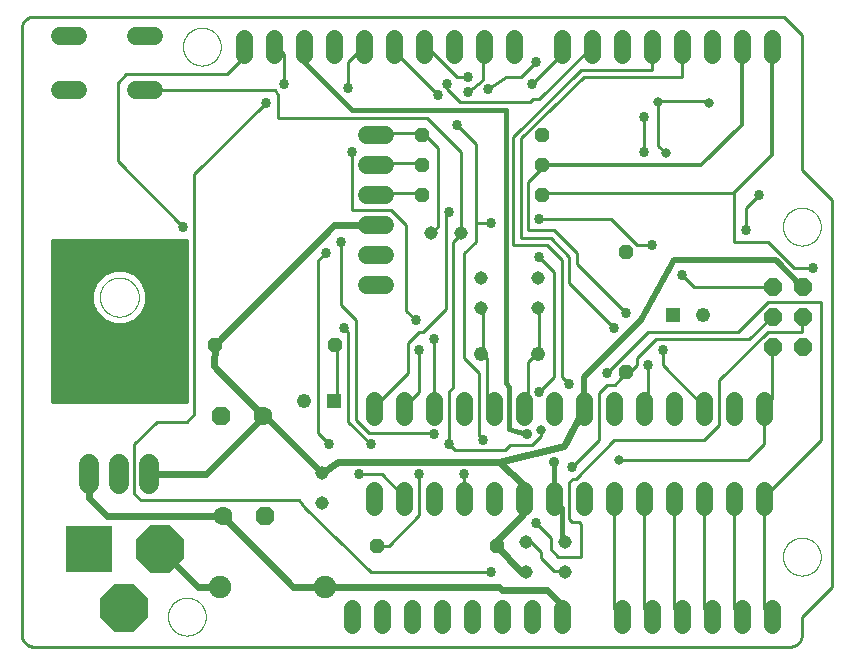
<source format=gtl>
G75*
%MOIN*%
%OFA0B0*%
%FSLAX25Y25*%
%IPPOS*%
%LPD*%
%AMOC8*
5,1,8,0,0,1.08239X$1,22.5*
%
%ADD10C,0.01000*%
%ADD11C,0.00000*%
%ADD12C,0.05600*%
%ADD13OC8,0.06102*%
%ADD14OC8,0.15748*%
%ADD15R,0.15748X0.15748*%
%ADD16C,0.07677*%
%ADD17C,0.06600*%
%ADD18OC8,0.04800*%
%ADD19C,0.04800*%
%ADD20C,0.04500*%
%ADD21OC8,0.06300*%
%ADD22C,0.06300*%
%ADD23C,0.05906*%
%ADD24C,0.07500*%
%ADD25R,0.04800X0.04800*%
%ADD26C,0.06000*%
%ADD27C,0.02400*%
%ADD28C,0.02000*%
%ADD29C,0.03562*%
%ADD30C,0.03200*%
%ADD31C,0.01600*%
%ADD32C,0.03600*%
%ADD33C,0.03400*%
%ADD34C,0.01200*%
D10*
X0008350Y0007187D02*
X0008350Y0209313D01*
X0008352Y0209437D01*
X0008358Y0209560D01*
X0008367Y0209684D01*
X0008381Y0209806D01*
X0008398Y0209929D01*
X0008420Y0210051D01*
X0008445Y0210172D01*
X0008474Y0210292D01*
X0008506Y0210411D01*
X0008543Y0210530D01*
X0008583Y0210647D01*
X0008626Y0210762D01*
X0008674Y0210877D01*
X0008725Y0210989D01*
X0008779Y0211100D01*
X0008837Y0211210D01*
X0008898Y0211317D01*
X0008963Y0211423D01*
X0009031Y0211526D01*
X0009102Y0211627D01*
X0009176Y0211726D01*
X0009253Y0211823D01*
X0009334Y0211917D01*
X0009417Y0212008D01*
X0009503Y0212097D01*
X0009592Y0212183D01*
X0009683Y0212266D01*
X0009777Y0212347D01*
X0009874Y0212424D01*
X0009973Y0212498D01*
X0010074Y0212569D01*
X0010177Y0212637D01*
X0010283Y0212702D01*
X0010390Y0212763D01*
X0010500Y0212821D01*
X0010611Y0212875D01*
X0010723Y0212926D01*
X0010838Y0212974D01*
X0010953Y0213017D01*
X0011070Y0213057D01*
X0011189Y0213094D01*
X0011308Y0213126D01*
X0011428Y0213155D01*
X0011549Y0213180D01*
X0011671Y0213202D01*
X0011794Y0213219D01*
X0011916Y0213233D01*
X0012040Y0213242D01*
X0012163Y0213248D01*
X0012287Y0213250D01*
X0262350Y0213250D01*
X0268350Y0207250D01*
X0268350Y0162250D01*
X0278350Y0152250D01*
X0278350Y0023250D01*
X0268350Y0013250D01*
X0268350Y0007187D01*
X0268348Y0007063D01*
X0268342Y0006940D01*
X0268333Y0006816D01*
X0268319Y0006694D01*
X0268302Y0006571D01*
X0268280Y0006449D01*
X0268255Y0006328D01*
X0268226Y0006208D01*
X0268194Y0006089D01*
X0268157Y0005970D01*
X0268117Y0005853D01*
X0268074Y0005738D01*
X0268026Y0005623D01*
X0267975Y0005511D01*
X0267921Y0005400D01*
X0267863Y0005290D01*
X0267802Y0005183D01*
X0267737Y0005077D01*
X0267669Y0004974D01*
X0267598Y0004873D01*
X0267524Y0004774D01*
X0267447Y0004677D01*
X0267366Y0004583D01*
X0267283Y0004492D01*
X0267197Y0004403D01*
X0267108Y0004317D01*
X0267017Y0004234D01*
X0266923Y0004153D01*
X0266826Y0004076D01*
X0266727Y0004002D01*
X0266626Y0003931D01*
X0266523Y0003863D01*
X0266417Y0003798D01*
X0266310Y0003737D01*
X0266200Y0003679D01*
X0266089Y0003625D01*
X0265977Y0003574D01*
X0265862Y0003526D01*
X0265747Y0003483D01*
X0265630Y0003443D01*
X0265511Y0003406D01*
X0265392Y0003374D01*
X0265272Y0003345D01*
X0265151Y0003320D01*
X0265029Y0003298D01*
X0264906Y0003281D01*
X0264784Y0003267D01*
X0264660Y0003258D01*
X0264537Y0003252D01*
X0264413Y0003250D01*
X0012287Y0003250D01*
X0012163Y0003252D01*
X0012040Y0003258D01*
X0011916Y0003267D01*
X0011794Y0003281D01*
X0011671Y0003298D01*
X0011549Y0003320D01*
X0011428Y0003345D01*
X0011308Y0003374D01*
X0011189Y0003406D01*
X0011070Y0003443D01*
X0010953Y0003483D01*
X0010838Y0003526D01*
X0010723Y0003574D01*
X0010611Y0003625D01*
X0010500Y0003679D01*
X0010390Y0003737D01*
X0010283Y0003798D01*
X0010177Y0003863D01*
X0010074Y0003931D01*
X0009973Y0004002D01*
X0009874Y0004076D01*
X0009777Y0004153D01*
X0009683Y0004234D01*
X0009592Y0004317D01*
X0009503Y0004403D01*
X0009417Y0004492D01*
X0009334Y0004583D01*
X0009253Y0004677D01*
X0009176Y0004774D01*
X0009102Y0004873D01*
X0009031Y0004974D01*
X0008963Y0005077D01*
X0008898Y0005183D01*
X0008837Y0005290D01*
X0008779Y0005400D01*
X0008725Y0005511D01*
X0008674Y0005623D01*
X0008626Y0005738D01*
X0008583Y0005853D01*
X0008543Y0005970D01*
X0008506Y0006089D01*
X0008474Y0006208D01*
X0008445Y0006328D01*
X0008420Y0006449D01*
X0008398Y0006571D01*
X0008381Y0006694D01*
X0008367Y0006816D01*
X0008358Y0006940D01*
X0008352Y0007063D01*
X0008350Y0007187D01*
X0048100Y0052000D02*
X0045850Y0054250D01*
X0045850Y0070750D01*
X0053350Y0078250D01*
X0063350Y0078250D01*
X0065850Y0080750D01*
X0065850Y0160750D01*
X0089600Y0184500D01*
X0093850Y0187000D02*
X0092600Y0188750D01*
X0049550Y0188750D01*
X0049550Y0188850D01*
X0043100Y0194000D02*
X0076600Y0194000D01*
X0077350Y0194750D01*
X0078300Y0195700D01*
X0082350Y0199750D01*
X0082350Y0203250D01*
X0082100Y0203250D01*
X0092350Y0203250D02*
X0093350Y0203250D01*
X0095850Y0200750D01*
X0095850Y0190750D01*
X0093850Y0187000D02*
X0093850Y0179500D01*
X0143350Y0179500D01*
X0154600Y0168250D01*
X0154600Y0142000D01*
X0154850Y0141250D01*
X0154600Y0140750D01*
X0152100Y0138250D01*
X0152100Y0089500D01*
X0152000Y0089500D01*
X0150850Y0088350D01*
X0150850Y0070750D01*
X0152850Y0068750D01*
X0169350Y0068750D01*
X0171150Y0070550D01*
X0178550Y0070550D01*
X0181450Y0073450D01*
X0181450Y0075450D01*
X0175850Y0082750D02*
X0175850Y0083250D01*
X0177100Y0084500D01*
X0177100Y0098250D01*
X0179600Y0100750D01*
X0180350Y0100750D01*
X0180850Y0100750D01*
X0180850Y0115750D01*
X0180350Y0116250D01*
X0190850Y0124500D02*
X0190850Y0133250D01*
X0184600Y0139500D01*
X0174600Y0139500D01*
X0174700Y0172800D01*
X0195900Y0193100D01*
X0228250Y0193100D01*
X0228350Y0203250D01*
X0218350Y0203250D02*
X0218350Y0195600D01*
X0194850Y0195600D01*
X0172100Y0173250D01*
X0172100Y0137000D01*
X0183350Y0137000D01*
X0188350Y0132000D01*
X0188350Y0093250D01*
X0190850Y0090750D01*
X0185850Y0093250D02*
X0185850Y0128250D01*
X0180850Y0133250D01*
X0177100Y0142000D02*
X0177100Y0158250D01*
X0182100Y0163250D01*
X0181850Y0163750D01*
X0183350Y0154500D02*
X0181850Y0153750D01*
X0183350Y0154500D02*
X0245850Y0154500D01*
X0245850Y0138250D01*
X0257100Y0138250D01*
X0265850Y0129500D01*
X0272100Y0129500D01*
X0258850Y0123250D02*
X0232350Y0123250D01*
X0228350Y0127000D01*
X0218350Y0137000D02*
X0213350Y0137000D01*
X0204600Y0145750D01*
X0180850Y0145750D01*
X0177100Y0142000D02*
X0185850Y0142000D01*
X0193350Y0134500D01*
X0193350Y0130750D01*
X0209600Y0114500D01*
X0205850Y0109500D02*
X0190850Y0124500D01*
X0217100Y0108250D02*
X0247100Y0108250D01*
X0257100Y0118250D01*
X0274600Y0118250D01*
X0274600Y0072000D01*
X0255850Y0053250D01*
X0255850Y0052750D01*
X0255850Y0015750D01*
X0258350Y0013250D01*
X0248350Y0013250D02*
X0245850Y0015750D01*
X0245850Y0052750D01*
X0235850Y0052750D02*
X0235850Y0015750D01*
X0238350Y0013250D01*
X0228350Y0013250D02*
X0225850Y0015750D01*
X0225850Y0052750D01*
X0215850Y0052750D02*
X0215850Y0015750D01*
X0218350Y0013250D01*
X0208350Y0013250D02*
X0205850Y0015750D01*
X0205850Y0052750D01*
X0194600Y0044250D02*
X0194000Y0044850D01*
X0191850Y0044850D01*
X0190850Y0045850D01*
X0190850Y0058050D01*
X0192050Y0059250D01*
X0193050Y0059250D01*
X0205850Y0072050D01*
X0235900Y0072050D01*
X0240850Y0077000D01*
X0240850Y0092000D01*
X0257100Y0108250D01*
X0268350Y0108250D01*
X0268350Y0113250D01*
X0268850Y0113250D01*
X0258850Y0113250D02*
X0258350Y0113250D01*
X0250850Y0105750D01*
X0219600Y0105750D01*
X0213350Y0099500D01*
X0213350Y0097000D01*
X0210850Y0094500D01*
X0209850Y0094750D01*
X0205950Y0090350D01*
X0203550Y0090350D01*
X0200850Y0087650D01*
X0200850Y0072150D01*
X0191700Y0063000D01*
X0191650Y0063000D01*
X0200850Y0072000D02*
X0200850Y0072150D01*
X0207350Y0065350D02*
X0250250Y0065350D01*
X0255850Y0070950D01*
X0255850Y0082750D01*
X0255850Y0082000D01*
X0255850Y0082750D02*
X0255850Y0083250D01*
X0258350Y0085750D01*
X0258350Y0103250D01*
X0258850Y0103250D01*
X0235850Y0083250D02*
X0235850Y0082750D01*
X0235850Y0083250D02*
X0222100Y0097000D01*
X0222100Y0102000D01*
X0217100Y0097000D02*
X0217100Y0084500D01*
X0215850Y0083250D01*
X0215850Y0082750D01*
X0209600Y0094500D02*
X0209850Y0094750D01*
X0203350Y0094500D02*
X0217100Y0108250D01*
X0185850Y0093250D02*
X0180850Y0088250D01*
X0165850Y0083250D02*
X0165850Y0082750D01*
X0165850Y0083250D02*
X0163350Y0085750D01*
X0163350Y0099500D01*
X0162100Y0100750D01*
X0161350Y0100750D01*
X0162100Y0100750D02*
X0162100Y0115750D01*
X0161350Y0116250D01*
X0149600Y0115750D02*
X0149600Y0147000D01*
X0150850Y0148250D01*
X0147100Y0143250D02*
X0147100Y0169500D01*
X0143350Y0173250D01*
X0141850Y0173750D01*
X0142100Y0174500D01*
X0127100Y0174500D01*
X0126350Y0173750D01*
X0118350Y0168250D02*
X0118350Y0148750D01*
X0131350Y0148750D01*
X0136350Y0143750D01*
X0136350Y0115250D01*
X0139600Y0112000D01*
X0140850Y0108250D02*
X0142100Y0108250D01*
X0149600Y0115750D01*
X0140850Y0108250D02*
X0137100Y0104500D01*
X0137100Y0094500D01*
X0125850Y0083250D01*
X0125850Y0082750D01*
X0119850Y0078750D02*
X0119850Y0112250D01*
X0114850Y0117250D01*
X0114850Y0138000D01*
X0114600Y0138250D01*
X0109600Y0134500D02*
X0107100Y0132000D01*
X0107100Y0074500D01*
X0110850Y0070750D01*
X0117100Y0078250D02*
X0117100Y0108250D01*
X0115850Y0109500D01*
X0112850Y0103750D02*
X0113350Y0103250D01*
X0113350Y0085750D01*
X0117100Y0078250D02*
X0124600Y0070750D01*
X0124100Y0074500D02*
X0145450Y0074500D01*
X0145850Y0074100D01*
X0145850Y0082750D02*
X0145850Y0105750D01*
X0140850Y0102000D02*
X0140850Y0088250D01*
X0135850Y0083250D01*
X0135850Y0082750D01*
X0124100Y0074500D02*
X0119850Y0078750D01*
X0120850Y0060750D02*
X0128350Y0060750D01*
X0135850Y0053250D01*
X0135850Y0052750D01*
X0140850Y0047000D02*
X0130600Y0036750D01*
X0126850Y0036750D01*
X0124600Y0028250D02*
X0164600Y0028250D01*
X0176350Y0038250D02*
X0178150Y0038250D01*
X0181550Y0034850D01*
X0181550Y0032750D01*
X0185850Y0028450D01*
X0189150Y0028450D01*
X0189350Y0028250D01*
X0187100Y0033250D02*
X0194600Y0033250D01*
X0194600Y0044250D01*
X0184600Y0039500D02*
X0184600Y0035750D01*
X0187100Y0033250D01*
X0184600Y0039500D02*
X0179600Y0044500D01*
X0155850Y0052750D02*
X0155850Y0060750D01*
X0162100Y0072150D02*
X0160850Y0073800D01*
X0160850Y0094500D01*
X0155850Y0099500D01*
X0155850Y0134500D01*
X0159600Y0138250D01*
X0159600Y0144500D01*
X0164600Y0144500D01*
X0159600Y0144500D02*
X0159600Y0170750D01*
X0153350Y0177000D01*
X0154350Y0184750D02*
X0177850Y0184750D01*
X0178850Y0185750D01*
X0180850Y0185750D01*
X0198350Y0203250D01*
X0188350Y0203250D02*
X0188350Y0200750D01*
X0178350Y0190750D01*
X0174600Y0193250D02*
X0169600Y0193250D01*
X0163850Y0189000D01*
X0162100Y0192000D02*
X0162100Y0203250D01*
X0162350Y0203250D01*
X0162100Y0192000D02*
X0157100Y0188000D01*
X0154350Y0184750D02*
X0150100Y0189000D01*
X0150100Y0190750D01*
X0153350Y0193250D02*
X0157100Y0193250D01*
X0153350Y0193250D02*
X0143350Y0203250D01*
X0142350Y0203250D01*
X0133350Y0203250D02*
X0133350Y0200750D01*
X0147100Y0187000D01*
X0133350Y0203250D02*
X0132350Y0203250D01*
X0122350Y0203250D02*
X0122100Y0203250D01*
X0117100Y0198250D01*
X0117100Y0189500D01*
X0127100Y0164500D02*
X0126350Y0163750D01*
X0127100Y0164500D02*
X0142100Y0164500D01*
X0142100Y0154500D02*
X0127100Y0154500D01*
X0126350Y0153750D01*
X0144850Y0141250D02*
X0145850Y0142000D01*
X0147100Y0143250D01*
X0174600Y0193250D02*
X0179600Y0198250D01*
X0215750Y0179750D02*
X0215850Y0179650D01*
X0215850Y0168250D01*
X0220550Y0170250D02*
X0223150Y0167650D01*
X0220550Y0170250D02*
X0220550Y0184950D01*
X0220550Y0185050D01*
X0236650Y0185050D01*
X0237350Y0184350D01*
X0254000Y0153900D02*
X0249600Y0149500D01*
X0249600Y0142000D01*
X0140850Y0060750D02*
X0140850Y0047000D01*
X0124600Y0028250D02*
X0102850Y0049500D01*
X0100850Y0052000D01*
X0048100Y0052000D01*
X0063350Y0084750D02*
X0018350Y0084750D01*
X0018350Y0138750D01*
X0063350Y0138750D01*
X0063350Y0084750D01*
X0063350Y0085128D02*
X0018350Y0085128D01*
X0018350Y0086126D02*
X0063350Y0086126D01*
X0063350Y0087125D02*
X0018350Y0087125D01*
X0018350Y0088123D02*
X0063350Y0088123D01*
X0063350Y0089122D02*
X0018350Y0089122D01*
X0018350Y0090120D02*
X0063350Y0090120D01*
X0063350Y0091119D02*
X0018350Y0091119D01*
X0018350Y0092118D02*
X0063350Y0092118D01*
X0063350Y0093116D02*
X0018350Y0093116D01*
X0018350Y0094115D02*
X0063350Y0094115D01*
X0063350Y0095113D02*
X0018350Y0095113D01*
X0018350Y0096112D02*
X0063350Y0096112D01*
X0063350Y0097110D02*
X0018350Y0097110D01*
X0018350Y0098109D02*
X0063350Y0098109D01*
X0063350Y0099107D02*
X0018350Y0099107D01*
X0018350Y0100106D02*
X0063350Y0100106D01*
X0063350Y0101104D02*
X0018350Y0101104D01*
X0018350Y0102103D02*
X0063350Y0102103D01*
X0063350Y0103101D02*
X0018350Y0103101D01*
X0018350Y0104100D02*
X0063350Y0104100D01*
X0063350Y0105098D02*
X0018350Y0105098D01*
X0018350Y0106097D02*
X0063350Y0106097D01*
X0063350Y0107095D02*
X0018350Y0107095D01*
X0018350Y0108094D02*
X0063350Y0108094D01*
X0063350Y0109092D02*
X0018350Y0109092D01*
X0018350Y0110091D02*
X0063350Y0110091D01*
X0063350Y0111089D02*
X0043459Y0111089D01*
X0042640Y0110750D02*
X0045948Y0112120D01*
X0048480Y0114652D01*
X0049850Y0117960D01*
X0049850Y0121540D01*
X0048480Y0124848D01*
X0045948Y0127380D01*
X0042640Y0128750D01*
X0039060Y0128750D01*
X0035752Y0127380D01*
X0033220Y0124848D01*
X0031850Y0121540D01*
X0031850Y0117960D01*
X0033220Y0114652D01*
X0035752Y0112120D01*
X0039060Y0110750D01*
X0042640Y0110750D01*
X0045870Y0112088D02*
X0063350Y0112088D01*
X0063350Y0113086D02*
X0046914Y0113086D01*
X0047913Y0114085D02*
X0063350Y0114085D01*
X0063350Y0115083D02*
X0048658Y0115083D01*
X0049072Y0116082D02*
X0063350Y0116082D01*
X0063350Y0117080D02*
X0049486Y0117080D01*
X0049850Y0118079D02*
X0063350Y0118079D01*
X0063350Y0119077D02*
X0049850Y0119077D01*
X0049850Y0120076D02*
X0063350Y0120076D01*
X0063350Y0121074D02*
X0049850Y0121074D01*
X0049629Y0122073D02*
X0063350Y0122073D01*
X0063350Y0123071D02*
X0049216Y0123071D01*
X0048802Y0124070D02*
X0063350Y0124070D01*
X0063350Y0125068D02*
X0048260Y0125068D01*
X0047261Y0126067D02*
X0063350Y0126067D01*
X0063350Y0127065D02*
X0046262Y0127065D01*
X0044297Y0128064D02*
X0063350Y0128064D01*
X0063350Y0129062D02*
X0018350Y0129062D01*
X0018350Y0128064D02*
X0037403Y0128064D01*
X0035437Y0127065D02*
X0018350Y0127065D01*
X0018350Y0126067D02*
X0034439Y0126067D01*
X0033440Y0125068D02*
X0018350Y0125068D01*
X0018350Y0124070D02*
X0032898Y0124070D01*
X0032484Y0123071D02*
X0018350Y0123071D01*
X0018350Y0122073D02*
X0032071Y0122073D01*
X0031850Y0121074D02*
X0018350Y0121074D01*
X0018350Y0120076D02*
X0031850Y0120076D01*
X0031850Y0119077D02*
X0018350Y0119077D01*
X0018350Y0118079D02*
X0031850Y0118079D01*
X0032214Y0117080D02*
X0018350Y0117080D01*
X0018350Y0116082D02*
X0032628Y0116082D01*
X0033041Y0115083D02*
X0018350Y0115083D01*
X0018350Y0114085D02*
X0033787Y0114085D01*
X0034786Y0113086D02*
X0018350Y0113086D01*
X0018350Y0112088D02*
X0035830Y0112088D01*
X0038241Y0111089D02*
X0018350Y0111089D01*
X0018350Y0130061D02*
X0063350Y0130061D01*
X0063350Y0131059D02*
X0018350Y0131059D01*
X0018350Y0132058D02*
X0063350Y0132058D01*
X0063350Y0133056D02*
X0018350Y0133056D01*
X0018350Y0134055D02*
X0063350Y0134055D01*
X0063350Y0135053D02*
X0018350Y0135053D01*
X0018350Y0136052D02*
X0063350Y0136052D01*
X0063350Y0137051D02*
X0018350Y0137051D01*
X0018350Y0138049D02*
X0063350Y0138049D01*
X0062100Y0143250D02*
X0040350Y0165000D01*
X0040350Y0191250D01*
X0043100Y0194000D01*
D11*
X0062051Y0203250D02*
X0062053Y0203408D01*
X0062059Y0203566D01*
X0062069Y0203724D01*
X0062083Y0203882D01*
X0062101Y0204039D01*
X0062122Y0204196D01*
X0062148Y0204352D01*
X0062178Y0204508D01*
X0062211Y0204663D01*
X0062249Y0204816D01*
X0062290Y0204969D01*
X0062335Y0205121D01*
X0062384Y0205272D01*
X0062437Y0205421D01*
X0062493Y0205569D01*
X0062553Y0205715D01*
X0062617Y0205860D01*
X0062685Y0206003D01*
X0062756Y0206145D01*
X0062830Y0206285D01*
X0062908Y0206422D01*
X0062990Y0206558D01*
X0063074Y0206692D01*
X0063163Y0206823D01*
X0063254Y0206952D01*
X0063349Y0207079D01*
X0063446Y0207204D01*
X0063547Y0207326D01*
X0063651Y0207445D01*
X0063758Y0207562D01*
X0063868Y0207676D01*
X0063981Y0207787D01*
X0064096Y0207896D01*
X0064214Y0208001D01*
X0064335Y0208103D01*
X0064458Y0208203D01*
X0064584Y0208299D01*
X0064712Y0208392D01*
X0064842Y0208482D01*
X0064975Y0208568D01*
X0065110Y0208652D01*
X0065246Y0208731D01*
X0065385Y0208808D01*
X0065526Y0208880D01*
X0065668Y0208950D01*
X0065812Y0209015D01*
X0065958Y0209077D01*
X0066105Y0209135D01*
X0066254Y0209190D01*
X0066404Y0209241D01*
X0066555Y0209288D01*
X0066707Y0209331D01*
X0066860Y0209370D01*
X0067015Y0209406D01*
X0067170Y0209437D01*
X0067326Y0209465D01*
X0067482Y0209489D01*
X0067639Y0209509D01*
X0067797Y0209525D01*
X0067954Y0209537D01*
X0068113Y0209545D01*
X0068271Y0209549D01*
X0068429Y0209549D01*
X0068587Y0209545D01*
X0068746Y0209537D01*
X0068903Y0209525D01*
X0069061Y0209509D01*
X0069218Y0209489D01*
X0069374Y0209465D01*
X0069530Y0209437D01*
X0069685Y0209406D01*
X0069840Y0209370D01*
X0069993Y0209331D01*
X0070145Y0209288D01*
X0070296Y0209241D01*
X0070446Y0209190D01*
X0070595Y0209135D01*
X0070742Y0209077D01*
X0070888Y0209015D01*
X0071032Y0208950D01*
X0071174Y0208880D01*
X0071315Y0208808D01*
X0071454Y0208731D01*
X0071590Y0208652D01*
X0071725Y0208568D01*
X0071858Y0208482D01*
X0071988Y0208392D01*
X0072116Y0208299D01*
X0072242Y0208203D01*
X0072365Y0208103D01*
X0072486Y0208001D01*
X0072604Y0207896D01*
X0072719Y0207787D01*
X0072832Y0207676D01*
X0072942Y0207562D01*
X0073049Y0207445D01*
X0073153Y0207326D01*
X0073254Y0207204D01*
X0073351Y0207079D01*
X0073446Y0206952D01*
X0073537Y0206823D01*
X0073626Y0206692D01*
X0073710Y0206558D01*
X0073792Y0206422D01*
X0073870Y0206285D01*
X0073944Y0206145D01*
X0074015Y0206003D01*
X0074083Y0205860D01*
X0074147Y0205715D01*
X0074207Y0205569D01*
X0074263Y0205421D01*
X0074316Y0205272D01*
X0074365Y0205121D01*
X0074410Y0204969D01*
X0074451Y0204816D01*
X0074489Y0204663D01*
X0074522Y0204508D01*
X0074552Y0204352D01*
X0074578Y0204196D01*
X0074599Y0204039D01*
X0074617Y0203882D01*
X0074631Y0203724D01*
X0074641Y0203566D01*
X0074647Y0203408D01*
X0074649Y0203250D01*
X0074647Y0203092D01*
X0074641Y0202934D01*
X0074631Y0202776D01*
X0074617Y0202618D01*
X0074599Y0202461D01*
X0074578Y0202304D01*
X0074552Y0202148D01*
X0074522Y0201992D01*
X0074489Y0201837D01*
X0074451Y0201684D01*
X0074410Y0201531D01*
X0074365Y0201379D01*
X0074316Y0201228D01*
X0074263Y0201079D01*
X0074207Y0200931D01*
X0074147Y0200785D01*
X0074083Y0200640D01*
X0074015Y0200497D01*
X0073944Y0200355D01*
X0073870Y0200215D01*
X0073792Y0200078D01*
X0073710Y0199942D01*
X0073626Y0199808D01*
X0073537Y0199677D01*
X0073446Y0199548D01*
X0073351Y0199421D01*
X0073254Y0199296D01*
X0073153Y0199174D01*
X0073049Y0199055D01*
X0072942Y0198938D01*
X0072832Y0198824D01*
X0072719Y0198713D01*
X0072604Y0198604D01*
X0072486Y0198499D01*
X0072365Y0198397D01*
X0072242Y0198297D01*
X0072116Y0198201D01*
X0071988Y0198108D01*
X0071858Y0198018D01*
X0071725Y0197932D01*
X0071590Y0197848D01*
X0071454Y0197769D01*
X0071315Y0197692D01*
X0071174Y0197620D01*
X0071032Y0197550D01*
X0070888Y0197485D01*
X0070742Y0197423D01*
X0070595Y0197365D01*
X0070446Y0197310D01*
X0070296Y0197259D01*
X0070145Y0197212D01*
X0069993Y0197169D01*
X0069840Y0197130D01*
X0069685Y0197094D01*
X0069530Y0197063D01*
X0069374Y0197035D01*
X0069218Y0197011D01*
X0069061Y0196991D01*
X0068903Y0196975D01*
X0068746Y0196963D01*
X0068587Y0196955D01*
X0068429Y0196951D01*
X0068271Y0196951D01*
X0068113Y0196955D01*
X0067954Y0196963D01*
X0067797Y0196975D01*
X0067639Y0196991D01*
X0067482Y0197011D01*
X0067326Y0197035D01*
X0067170Y0197063D01*
X0067015Y0197094D01*
X0066860Y0197130D01*
X0066707Y0197169D01*
X0066555Y0197212D01*
X0066404Y0197259D01*
X0066254Y0197310D01*
X0066105Y0197365D01*
X0065958Y0197423D01*
X0065812Y0197485D01*
X0065668Y0197550D01*
X0065526Y0197620D01*
X0065385Y0197692D01*
X0065246Y0197769D01*
X0065110Y0197848D01*
X0064975Y0197932D01*
X0064842Y0198018D01*
X0064712Y0198108D01*
X0064584Y0198201D01*
X0064458Y0198297D01*
X0064335Y0198397D01*
X0064214Y0198499D01*
X0064096Y0198604D01*
X0063981Y0198713D01*
X0063868Y0198824D01*
X0063758Y0198938D01*
X0063651Y0199055D01*
X0063547Y0199174D01*
X0063446Y0199296D01*
X0063349Y0199421D01*
X0063254Y0199548D01*
X0063163Y0199677D01*
X0063074Y0199808D01*
X0062990Y0199942D01*
X0062908Y0200078D01*
X0062830Y0200215D01*
X0062756Y0200355D01*
X0062685Y0200497D01*
X0062617Y0200640D01*
X0062553Y0200785D01*
X0062493Y0200931D01*
X0062437Y0201079D01*
X0062384Y0201228D01*
X0062335Y0201379D01*
X0062290Y0201531D01*
X0062249Y0201684D01*
X0062211Y0201837D01*
X0062178Y0201992D01*
X0062148Y0202148D01*
X0062122Y0202304D01*
X0062101Y0202461D01*
X0062083Y0202618D01*
X0062069Y0202776D01*
X0062059Y0202934D01*
X0062053Y0203092D01*
X0062051Y0203250D01*
X0034350Y0119750D02*
X0034352Y0119911D01*
X0034358Y0120071D01*
X0034368Y0120232D01*
X0034382Y0120392D01*
X0034400Y0120552D01*
X0034421Y0120711D01*
X0034447Y0120870D01*
X0034477Y0121028D01*
X0034510Y0121185D01*
X0034548Y0121342D01*
X0034589Y0121497D01*
X0034634Y0121651D01*
X0034683Y0121804D01*
X0034736Y0121956D01*
X0034792Y0122107D01*
X0034853Y0122256D01*
X0034916Y0122404D01*
X0034984Y0122550D01*
X0035055Y0122694D01*
X0035129Y0122836D01*
X0035207Y0122977D01*
X0035289Y0123115D01*
X0035374Y0123252D01*
X0035462Y0123386D01*
X0035554Y0123518D01*
X0035649Y0123648D01*
X0035747Y0123776D01*
X0035848Y0123901D01*
X0035952Y0124023D01*
X0036059Y0124143D01*
X0036169Y0124260D01*
X0036282Y0124375D01*
X0036398Y0124486D01*
X0036517Y0124595D01*
X0036638Y0124700D01*
X0036762Y0124803D01*
X0036888Y0124903D01*
X0037016Y0124999D01*
X0037147Y0125092D01*
X0037281Y0125182D01*
X0037416Y0125269D01*
X0037554Y0125352D01*
X0037693Y0125432D01*
X0037835Y0125508D01*
X0037978Y0125581D01*
X0038123Y0125650D01*
X0038270Y0125716D01*
X0038418Y0125778D01*
X0038568Y0125836D01*
X0038719Y0125891D01*
X0038872Y0125942D01*
X0039026Y0125989D01*
X0039181Y0126032D01*
X0039337Y0126071D01*
X0039493Y0126107D01*
X0039651Y0126138D01*
X0039809Y0126166D01*
X0039968Y0126190D01*
X0040128Y0126210D01*
X0040288Y0126226D01*
X0040448Y0126238D01*
X0040609Y0126246D01*
X0040770Y0126250D01*
X0040930Y0126250D01*
X0041091Y0126246D01*
X0041252Y0126238D01*
X0041412Y0126226D01*
X0041572Y0126210D01*
X0041732Y0126190D01*
X0041891Y0126166D01*
X0042049Y0126138D01*
X0042207Y0126107D01*
X0042363Y0126071D01*
X0042519Y0126032D01*
X0042674Y0125989D01*
X0042828Y0125942D01*
X0042981Y0125891D01*
X0043132Y0125836D01*
X0043282Y0125778D01*
X0043430Y0125716D01*
X0043577Y0125650D01*
X0043722Y0125581D01*
X0043865Y0125508D01*
X0044007Y0125432D01*
X0044146Y0125352D01*
X0044284Y0125269D01*
X0044419Y0125182D01*
X0044553Y0125092D01*
X0044684Y0124999D01*
X0044812Y0124903D01*
X0044938Y0124803D01*
X0045062Y0124700D01*
X0045183Y0124595D01*
X0045302Y0124486D01*
X0045418Y0124375D01*
X0045531Y0124260D01*
X0045641Y0124143D01*
X0045748Y0124023D01*
X0045852Y0123901D01*
X0045953Y0123776D01*
X0046051Y0123648D01*
X0046146Y0123518D01*
X0046238Y0123386D01*
X0046326Y0123252D01*
X0046411Y0123115D01*
X0046493Y0122977D01*
X0046571Y0122836D01*
X0046645Y0122694D01*
X0046716Y0122550D01*
X0046784Y0122404D01*
X0046847Y0122256D01*
X0046908Y0122107D01*
X0046964Y0121956D01*
X0047017Y0121804D01*
X0047066Y0121651D01*
X0047111Y0121497D01*
X0047152Y0121342D01*
X0047190Y0121185D01*
X0047223Y0121028D01*
X0047253Y0120870D01*
X0047279Y0120711D01*
X0047300Y0120552D01*
X0047318Y0120392D01*
X0047332Y0120232D01*
X0047342Y0120071D01*
X0047348Y0119911D01*
X0047350Y0119750D01*
X0047348Y0119589D01*
X0047342Y0119429D01*
X0047332Y0119268D01*
X0047318Y0119108D01*
X0047300Y0118948D01*
X0047279Y0118789D01*
X0047253Y0118630D01*
X0047223Y0118472D01*
X0047190Y0118315D01*
X0047152Y0118158D01*
X0047111Y0118003D01*
X0047066Y0117849D01*
X0047017Y0117696D01*
X0046964Y0117544D01*
X0046908Y0117393D01*
X0046847Y0117244D01*
X0046784Y0117096D01*
X0046716Y0116950D01*
X0046645Y0116806D01*
X0046571Y0116664D01*
X0046493Y0116523D01*
X0046411Y0116385D01*
X0046326Y0116248D01*
X0046238Y0116114D01*
X0046146Y0115982D01*
X0046051Y0115852D01*
X0045953Y0115724D01*
X0045852Y0115599D01*
X0045748Y0115477D01*
X0045641Y0115357D01*
X0045531Y0115240D01*
X0045418Y0115125D01*
X0045302Y0115014D01*
X0045183Y0114905D01*
X0045062Y0114800D01*
X0044938Y0114697D01*
X0044812Y0114597D01*
X0044684Y0114501D01*
X0044553Y0114408D01*
X0044419Y0114318D01*
X0044284Y0114231D01*
X0044146Y0114148D01*
X0044007Y0114068D01*
X0043865Y0113992D01*
X0043722Y0113919D01*
X0043577Y0113850D01*
X0043430Y0113784D01*
X0043282Y0113722D01*
X0043132Y0113664D01*
X0042981Y0113609D01*
X0042828Y0113558D01*
X0042674Y0113511D01*
X0042519Y0113468D01*
X0042363Y0113429D01*
X0042207Y0113393D01*
X0042049Y0113362D01*
X0041891Y0113334D01*
X0041732Y0113310D01*
X0041572Y0113290D01*
X0041412Y0113274D01*
X0041252Y0113262D01*
X0041091Y0113254D01*
X0040930Y0113250D01*
X0040770Y0113250D01*
X0040609Y0113254D01*
X0040448Y0113262D01*
X0040288Y0113274D01*
X0040128Y0113290D01*
X0039968Y0113310D01*
X0039809Y0113334D01*
X0039651Y0113362D01*
X0039493Y0113393D01*
X0039337Y0113429D01*
X0039181Y0113468D01*
X0039026Y0113511D01*
X0038872Y0113558D01*
X0038719Y0113609D01*
X0038568Y0113664D01*
X0038418Y0113722D01*
X0038270Y0113784D01*
X0038123Y0113850D01*
X0037978Y0113919D01*
X0037835Y0113992D01*
X0037693Y0114068D01*
X0037554Y0114148D01*
X0037416Y0114231D01*
X0037281Y0114318D01*
X0037147Y0114408D01*
X0037016Y0114501D01*
X0036888Y0114597D01*
X0036762Y0114697D01*
X0036638Y0114800D01*
X0036517Y0114905D01*
X0036398Y0115014D01*
X0036282Y0115125D01*
X0036169Y0115240D01*
X0036059Y0115357D01*
X0035952Y0115477D01*
X0035848Y0115599D01*
X0035747Y0115724D01*
X0035649Y0115852D01*
X0035554Y0115982D01*
X0035462Y0116114D01*
X0035374Y0116248D01*
X0035289Y0116385D01*
X0035207Y0116523D01*
X0035129Y0116664D01*
X0035055Y0116806D01*
X0034984Y0116950D01*
X0034916Y0117096D01*
X0034853Y0117244D01*
X0034792Y0117393D01*
X0034736Y0117544D01*
X0034683Y0117696D01*
X0034634Y0117849D01*
X0034589Y0118003D01*
X0034548Y0118158D01*
X0034510Y0118315D01*
X0034477Y0118472D01*
X0034447Y0118630D01*
X0034421Y0118789D01*
X0034400Y0118948D01*
X0034382Y0119108D01*
X0034368Y0119268D01*
X0034358Y0119429D01*
X0034352Y0119589D01*
X0034350Y0119750D01*
X0057051Y0013250D02*
X0057053Y0013408D01*
X0057059Y0013566D01*
X0057069Y0013724D01*
X0057083Y0013882D01*
X0057101Y0014039D01*
X0057122Y0014196D01*
X0057148Y0014352D01*
X0057178Y0014508D01*
X0057211Y0014663D01*
X0057249Y0014816D01*
X0057290Y0014969D01*
X0057335Y0015121D01*
X0057384Y0015272D01*
X0057437Y0015421D01*
X0057493Y0015569D01*
X0057553Y0015715D01*
X0057617Y0015860D01*
X0057685Y0016003D01*
X0057756Y0016145D01*
X0057830Y0016285D01*
X0057908Y0016422D01*
X0057990Y0016558D01*
X0058074Y0016692D01*
X0058163Y0016823D01*
X0058254Y0016952D01*
X0058349Y0017079D01*
X0058446Y0017204D01*
X0058547Y0017326D01*
X0058651Y0017445D01*
X0058758Y0017562D01*
X0058868Y0017676D01*
X0058981Y0017787D01*
X0059096Y0017896D01*
X0059214Y0018001D01*
X0059335Y0018103D01*
X0059458Y0018203D01*
X0059584Y0018299D01*
X0059712Y0018392D01*
X0059842Y0018482D01*
X0059975Y0018568D01*
X0060110Y0018652D01*
X0060246Y0018731D01*
X0060385Y0018808D01*
X0060526Y0018880D01*
X0060668Y0018950D01*
X0060812Y0019015D01*
X0060958Y0019077D01*
X0061105Y0019135D01*
X0061254Y0019190D01*
X0061404Y0019241D01*
X0061555Y0019288D01*
X0061707Y0019331D01*
X0061860Y0019370D01*
X0062015Y0019406D01*
X0062170Y0019437D01*
X0062326Y0019465D01*
X0062482Y0019489D01*
X0062639Y0019509D01*
X0062797Y0019525D01*
X0062954Y0019537D01*
X0063113Y0019545D01*
X0063271Y0019549D01*
X0063429Y0019549D01*
X0063587Y0019545D01*
X0063746Y0019537D01*
X0063903Y0019525D01*
X0064061Y0019509D01*
X0064218Y0019489D01*
X0064374Y0019465D01*
X0064530Y0019437D01*
X0064685Y0019406D01*
X0064840Y0019370D01*
X0064993Y0019331D01*
X0065145Y0019288D01*
X0065296Y0019241D01*
X0065446Y0019190D01*
X0065595Y0019135D01*
X0065742Y0019077D01*
X0065888Y0019015D01*
X0066032Y0018950D01*
X0066174Y0018880D01*
X0066315Y0018808D01*
X0066454Y0018731D01*
X0066590Y0018652D01*
X0066725Y0018568D01*
X0066858Y0018482D01*
X0066988Y0018392D01*
X0067116Y0018299D01*
X0067242Y0018203D01*
X0067365Y0018103D01*
X0067486Y0018001D01*
X0067604Y0017896D01*
X0067719Y0017787D01*
X0067832Y0017676D01*
X0067942Y0017562D01*
X0068049Y0017445D01*
X0068153Y0017326D01*
X0068254Y0017204D01*
X0068351Y0017079D01*
X0068446Y0016952D01*
X0068537Y0016823D01*
X0068626Y0016692D01*
X0068710Y0016558D01*
X0068792Y0016422D01*
X0068870Y0016285D01*
X0068944Y0016145D01*
X0069015Y0016003D01*
X0069083Y0015860D01*
X0069147Y0015715D01*
X0069207Y0015569D01*
X0069263Y0015421D01*
X0069316Y0015272D01*
X0069365Y0015121D01*
X0069410Y0014969D01*
X0069451Y0014816D01*
X0069489Y0014663D01*
X0069522Y0014508D01*
X0069552Y0014352D01*
X0069578Y0014196D01*
X0069599Y0014039D01*
X0069617Y0013882D01*
X0069631Y0013724D01*
X0069641Y0013566D01*
X0069647Y0013408D01*
X0069649Y0013250D01*
X0069647Y0013092D01*
X0069641Y0012934D01*
X0069631Y0012776D01*
X0069617Y0012618D01*
X0069599Y0012461D01*
X0069578Y0012304D01*
X0069552Y0012148D01*
X0069522Y0011992D01*
X0069489Y0011837D01*
X0069451Y0011684D01*
X0069410Y0011531D01*
X0069365Y0011379D01*
X0069316Y0011228D01*
X0069263Y0011079D01*
X0069207Y0010931D01*
X0069147Y0010785D01*
X0069083Y0010640D01*
X0069015Y0010497D01*
X0068944Y0010355D01*
X0068870Y0010215D01*
X0068792Y0010078D01*
X0068710Y0009942D01*
X0068626Y0009808D01*
X0068537Y0009677D01*
X0068446Y0009548D01*
X0068351Y0009421D01*
X0068254Y0009296D01*
X0068153Y0009174D01*
X0068049Y0009055D01*
X0067942Y0008938D01*
X0067832Y0008824D01*
X0067719Y0008713D01*
X0067604Y0008604D01*
X0067486Y0008499D01*
X0067365Y0008397D01*
X0067242Y0008297D01*
X0067116Y0008201D01*
X0066988Y0008108D01*
X0066858Y0008018D01*
X0066725Y0007932D01*
X0066590Y0007848D01*
X0066454Y0007769D01*
X0066315Y0007692D01*
X0066174Y0007620D01*
X0066032Y0007550D01*
X0065888Y0007485D01*
X0065742Y0007423D01*
X0065595Y0007365D01*
X0065446Y0007310D01*
X0065296Y0007259D01*
X0065145Y0007212D01*
X0064993Y0007169D01*
X0064840Y0007130D01*
X0064685Y0007094D01*
X0064530Y0007063D01*
X0064374Y0007035D01*
X0064218Y0007011D01*
X0064061Y0006991D01*
X0063903Y0006975D01*
X0063746Y0006963D01*
X0063587Y0006955D01*
X0063429Y0006951D01*
X0063271Y0006951D01*
X0063113Y0006955D01*
X0062954Y0006963D01*
X0062797Y0006975D01*
X0062639Y0006991D01*
X0062482Y0007011D01*
X0062326Y0007035D01*
X0062170Y0007063D01*
X0062015Y0007094D01*
X0061860Y0007130D01*
X0061707Y0007169D01*
X0061555Y0007212D01*
X0061404Y0007259D01*
X0061254Y0007310D01*
X0061105Y0007365D01*
X0060958Y0007423D01*
X0060812Y0007485D01*
X0060668Y0007550D01*
X0060526Y0007620D01*
X0060385Y0007692D01*
X0060246Y0007769D01*
X0060110Y0007848D01*
X0059975Y0007932D01*
X0059842Y0008018D01*
X0059712Y0008108D01*
X0059584Y0008201D01*
X0059458Y0008297D01*
X0059335Y0008397D01*
X0059214Y0008499D01*
X0059096Y0008604D01*
X0058981Y0008713D01*
X0058868Y0008824D01*
X0058758Y0008938D01*
X0058651Y0009055D01*
X0058547Y0009174D01*
X0058446Y0009296D01*
X0058349Y0009421D01*
X0058254Y0009548D01*
X0058163Y0009677D01*
X0058074Y0009808D01*
X0057990Y0009942D01*
X0057908Y0010078D01*
X0057830Y0010215D01*
X0057756Y0010355D01*
X0057685Y0010497D01*
X0057617Y0010640D01*
X0057553Y0010785D01*
X0057493Y0010931D01*
X0057437Y0011079D01*
X0057384Y0011228D01*
X0057335Y0011379D01*
X0057290Y0011531D01*
X0057249Y0011684D01*
X0057211Y0011837D01*
X0057178Y0011992D01*
X0057148Y0012148D01*
X0057122Y0012304D01*
X0057101Y0012461D01*
X0057083Y0012618D01*
X0057069Y0012776D01*
X0057059Y0012934D01*
X0057053Y0013092D01*
X0057051Y0013250D01*
X0262051Y0033250D02*
X0262053Y0033408D01*
X0262059Y0033566D01*
X0262069Y0033724D01*
X0262083Y0033882D01*
X0262101Y0034039D01*
X0262122Y0034196D01*
X0262148Y0034352D01*
X0262178Y0034508D01*
X0262211Y0034663D01*
X0262249Y0034816D01*
X0262290Y0034969D01*
X0262335Y0035121D01*
X0262384Y0035272D01*
X0262437Y0035421D01*
X0262493Y0035569D01*
X0262553Y0035715D01*
X0262617Y0035860D01*
X0262685Y0036003D01*
X0262756Y0036145D01*
X0262830Y0036285D01*
X0262908Y0036422D01*
X0262990Y0036558D01*
X0263074Y0036692D01*
X0263163Y0036823D01*
X0263254Y0036952D01*
X0263349Y0037079D01*
X0263446Y0037204D01*
X0263547Y0037326D01*
X0263651Y0037445D01*
X0263758Y0037562D01*
X0263868Y0037676D01*
X0263981Y0037787D01*
X0264096Y0037896D01*
X0264214Y0038001D01*
X0264335Y0038103D01*
X0264458Y0038203D01*
X0264584Y0038299D01*
X0264712Y0038392D01*
X0264842Y0038482D01*
X0264975Y0038568D01*
X0265110Y0038652D01*
X0265246Y0038731D01*
X0265385Y0038808D01*
X0265526Y0038880D01*
X0265668Y0038950D01*
X0265812Y0039015D01*
X0265958Y0039077D01*
X0266105Y0039135D01*
X0266254Y0039190D01*
X0266404Y0039241D01*
X0266555Y0039288D01*
X0266707Y0039331D01*
X0266860Y0039370D01*
X0267015Y0039406D01*
X0267170Y0039437D01*
X0267326Y0039465D01*
X0267482Y0039489D01*
X0267639Y0039509D01*
X0267797Y0039525D01*
X0267954Y0039537D01*
X0268113Y0039545D01*
X0268271Y0039549D01*
X0268429Y0039549D01*
X0268587Y0039545D01*
X0268746Y0039537D01*
X0268903Y0039525D01*
X0269061Y0039509D01*
X0269218Y0039489D01*
X0269374Y0039465D01*
X0269530Y0039437D01*
X0269685Y0039406D01*
X0269840Y0039370D01*
X0269993Y0039331D01*
X0270145Y0039288D01*
X0270296Y0039241D01*
X0270446Y0039190D01*
X0270595Y0039135D01*
X0270742Y0039077D01*
X0270888Y0039015D01*
X0271032Y0038950D01*
X0271174Y0038880D01*
X0271315Y0038808D01*
X0271454Y0038731D01*
X0271590Y0038652D01*
X0271725Y0038568D01*
X0271858Y0038482D01*
X0271988Y0038392D01*
X0272116Y0038299D01*
X0272242Y0038203D01*
X0272365Y0038103D01*
X0272486Y0038001D01*
X0272604Y0037896D01*
X0272719Y0037787D01*
X0272832Y0037676D01*
X0272942Y0037562D01*
X0273049Y0037445D01*
X0273153Y0037326D01*
X0273254Y0037204D01*
X0273351Y0037079D01*
X0273446Y0036952D01*
X0273537Y0036823D01*
X0273626Y0036692D01*
X0273710Y0036558D01*
X0273792Y0036422D01*
X0273870Y0036285D01*
X0273944Y0036145D01*
X0274015Y0036003D01*
X0274083Y0035860D01*
X0274147Y0035715D01*
X0274207Y0035569D01*
X0274263Y0035421D01*
X0274316Y0035272D01*
X0274365Y0035121D01*
X0274410Y0034969D01*
X0274451Y0034816D01*
X0274489Y0034663D01*
X0274522Y0034508D01*
X0274552Y0034352D01*
X0274578Y0034196D01*
X0274599Y0034039D01*
X0274617Y0033882D01*
X0274631Y0033724D01*
X0274641Y0033566D01*
X0274647Y0033408D01*
X0274649Y0033250D01*
X0274647Y0033092D01*
X0274641Y0032934D01*
X0274631Y0032776D01*
X0274617Y0032618D01*
X0274599Y0032461D01*
X0274578Y0032304D01*
X0274552Y0032148D01*
X0274522Y0031992D01*
X0274489Y0031837D01*
X0274451Y0031684D01*
X0274410Y0031531D01*
X0274365Y0031379D01*
X0274316Y0031228D01*
X0274263Y0031079D01*
X0274207Y0030931D01*
X0274147Y0030785D01*
X0274083Y0030640D01*
X0274015Y0030497D01*
X0273944Y0030355D01*
X0273870Y0030215D01*
X0273792Y0030078D01*
X0273710Y0029942D01*
X0273626Y0029808D01*
X0273537Y0029677D01*
X0273446Y0029548D01*
X0273351Y0029421D01*
X0273254Y0029296D01*
X0273153Y0029174D01*
X0273049Y0029055D01*
X0272942Y0028938D01*
X0272832Y0028824D01*
X0272719Y0028713D01*
X0272604Y0028604D01*
X0272486Y0028499D01*
X0272365Y0028397D01*
X0272242Y0028297D01*
X0272116Y0028201D01*
X0271988Y0028108D01*
X0271858Y0028018D01*
X0271725Y0027932D01*
X0271590Y0027848D01*
X0271454Y0027769D01*
X0271315Y0027692D01*
X0271174Y0027620D01*
X0271032Y0027550D01*
X0270888Y0027485D01*
X0270742Y0027423D01*
X0270595Y0027365D01*
X0270446Y0027310D01*
X0270296Y0027259D01*
X0270145Y0027212D01*
X0269993Y0027169D01*
X0269840Y0027130D01*
X0269685Y0027094D01*
X0269530Y0027063D01*
X0269374Y0027035D01*
X0269218Y0027011D01*
X0269061Y0026991D01*
X0268903Y0026975D01*
X0268746Y0026963D01*
X0268587Y0026955D01*
X0268429Y0026951D01*
X0268271Y0026951D01*
X0268113Y0026955D01*
X0267954Y0026963D01*
X0267797Y0026975D01*
X0267639Y0026991D01*
X0267482Y0027011D01*
X0267326Y0027035D01*
X0267170Y0027063D01*
X0267015Y0027094D01*
X0266860Y0027130D01*
X0266707Y0027169D01*
X0266555Y0027212D01*
X0266404Y0027259D01*
X0266254Y0027310D01*
X0266105Y0027365D01*
X0265958Y0027423D01*
X0265812Y0027485D01*
X0265668Y0027550D01*
X0265526Y0027620D01*
X0265385Y0027692D01*
X0265246Y0027769D01*
X0265110Y0027848D01*
X0264975Y0027932D01*
X0264842Y0028018D01*
X0264712Y0028108D01*
X0264584Y0028201D01*
X0264458Y0028297D01*
X0264335Y0028397D01*
X0264214Y0028499D01*
X0264096Y0028604D01*
X0263981Y0028713D01*
X0263868Y0028824D01*
X0263758Y0028938D01*
X0263651Y0029055D01*
X0263547Y0029174D01*
X0263446Y0029296D01*
X0263349Y0029421D01*
X0263254Y0029548D01*
X0263163Y0029677D01*
X0263074Y0029808D01*
X0262990Y0029942D01*
X0262908Y0030078D01*
X0262830Y0030215D01*
X0262756Y0030355D01*
X0262685Y0030497D01*
X0262617Y0030640D01*
X0262553Y0030785D01*
X0262493Y0030931D01*
X0262437Y0031079D01*
X0262384Y0031228D01*
X0262335Y0031379D01*
X0262290Y0031531D01*
X0262249Y0031684D01*
X0262211Y0031837D01*
X0262178Y0031992D01*
X0262148Y0032148D01*
X0262122Y0032304D01*
X0262101Y0032461D01*
X0262083Y0032618D01*
X0262069Y0032776D01*
X0262059Y0032934D01*
X0262053Y0033092D01*
X0262051Y0033250D01*
X0262051Y0143250D02*
X0262053Y0143408D01*
X0262059Y0143566D01*
X0262069Y0143724D01*
X0262083Y0143882D01*
X0262101Y0144039D01*
X0262122Y0144196D01*
X0262148Y0144352D01*
X0262178Y0144508D01*
X0262211Y0144663D01*
X0262249Y0144816D01*
X0262290Y0144969D01*
X0262335Y0145121D01*
X0262384Y0145272D01*
X0262437Y0145421D01*
X0262493Y0145569D01*
X0262553Y0145715D01*
X0262617Y0145860D01*
X0262685Y0146003D01*
X0262756Y0146145D01*
X0262830Y0146285D01*
X0262908Y0146422D01*
X0262990Y0146558D01*
X0263074Y0146692D01*
X0263163Y0146823D01*
X0263254Y0146952D01*
X0263349Y0147079D01*
X0263446Y0147204D01*
X0263547Y0147326D01*
X0263651Y0147445D01*
X0263758Y0147562D01*
X0263868Y0147676D01*
X0263981Y0147787D01*
X0264096Y0147896D01*
X0264214Y0148001D01*
X0264335Y0148103D01*
X0264458Y0148203D01*
X0264584Y0148299D01*
X0264712Y0148392D01*
X0264842Y0148482D01*
X0264975Y0148568D01*
X0265110Y0148652D01*
X0265246Y0148731D01*
X0265385Y0148808D01*
X0265526Y0148880D01*
X0265668Y0148950D01*
X0265812Y0149015D01*
X0265958Y0149077D01*
X0266105Y0149135D01*
X0266254Y0149190D01*
X0266404Y0149241D01*
X0266555Y0149288D01*
X0266707Y0149331D01*
X0266860Y0149370D01*
X0267015Y0149406D01*
X0267170Y0149437D01*
X0267326Y0149465D01*
X0267482Y0149489D01*
X0267639Y0149509D01*
X0267797Y0149525D01*
X0267954Y0149537D01*
X0268113Y0149545D01*
X0268271Y0149549D01*
X0268429Y0149549D01*
X0268587Y0149545D01*
X0268746Y0149537D01*
X0268903Y0149525D01*
X0269061Y0149509D01*
X0269218Y0149489D01*
X0269374Y0149465D01*
X0269530Y0149437D01*
X0269685Y0149406D01*
X0269840Y0149370D01*
X0269993Y0149331D01*
X0270145Y0149288D01*
X0270296Y0149241D01*
X0270446Y0149190D01*
X0270595Y0149135D01*
X0270742Y0149077D01*
X0270888Y0149015D01*
X0271032Y0148950D01*
X0271174Y0148880D01*
X0271315Y0148808D01*
X0271454Y0148731D01*
X0271590Y0148652D01*
X0271725Y0148568D01*
X0271858Y0148482D01*
X0271988Y0148392D01*
X0272116Y0148299D01*
X0272242Y0148203D01*
X0272365Y0148103D01*
X0272486Y0148001D01*
X0272604Y0147896D01*
X0272719Y0147787D01*
X0272832Y0147676D01*
X0272942Y0147562D01*
X0273049Y0147445D01*
X0273153Y0147326D01*
X0273254Y0147204D01*
X0273351Y0147079D01*
X0273446Y0146952D01*
X0273537Y0146823D01*
X0273626Y0146692D01*
X0273710Y0146558D01*
X0273792Y0146422D01*
X0273870Y0146285D01*
X0273944Y0146145D01*
X0274015Y0146003D01*
X0274083Y0145860D01*
X0274147Y0145715D01*
X0274207Y0145569D01*
X0274263Y0145421D01*
X0274316Y0145272D01*
X0274365Y0145121D01*
X0274410Y0144969D01*
X0274451Y0144816D01*
X0274489Y0144663D01*
X0274522Y0144508D01*
X0274552Y0144352D01*
X0274578Y0144196D01*
X0274599Y0144039D01*
X0274617Y0143882D01*
X0274631Y0143724D01*
X0274641Y0143566D01*
X0274647Y0143408D01*
X0274649Y0143250D01*
X0274647Y0143092D01*
X0274641Y0142934D01*
X0274631Y0142776D01*
X0274617Y0142618D01*
X0274599Y0142461D01*
X0274578Y0142304D01*
X0274552Y0142148D01*
X0274522Y0141992D01*
X0274489Y0141837D01*
X0274451Y0141684D01*
X0274410Y0141531D01*
X0274365Y0141379D01*
X0274316Y0141228D01*
X0274263Y0141079D01*
X0274207Y0140931D01*
X0274147Y0140785D01*
X0274083Y0140640D01*
X0274015Y0140497D01*
X0273944Y0140355D01*
X0273870Y0140215D01*
X0273792Y0140078D01*
X0273710Y0139942D01*
X0273626Y0139808D01*
X0273537Y0139677D01*
X0273446Y0139548D01*
X0273351Y0139421D01*
X0273254Y0139296D01*
X0273153Y0139174D01*
X0273049Y0139055D01*
X0272942Y0138938D01*
X0272832Y0138824D01*
X0272719Y0138713D01*
X0272604Y0138604D01*
X0272486Y0138499D01*
X0272365Y0138397D01*
X0272242Y0138297D01*
X0272116Y0138201D01*
X0271988Y0138108D01*
X0271858Y0138018D01*
X0271725Y0137932D01*
X0271590Y0137848D01*
X0271454Y0137769D01*
X0271315Y0137692D01*
X0271174Y0137620D01*
X0271032Y0137550D01*
X0270888Y0137485D01*
X0270742Y0137423D01*
X0270595Y0137365D01*
X0270446Y0137310D01*
X0270296Y0137259D01*
X0270145Y0137212D01*
X0269993Y0137169D01*
X0269840Y0137130D01*
X0269685Y0137094D01*
X0269530Y0137063D01*
X0269374Y0137035D01*
X0269218Y0137011D01*
X0269061Y0136991D01*
X0268903Y0136975D01*
X0268746Y0136963D01*
X0268587Y0136955D01*
X0268429Y0136951D01*
X0268271Y0136951D01*
X0268113Y0136955D01*
X0267954Y0136963D01*
X0267797Y0136975D01*
X0267639Y0136991D01*
X0267482Y0137011D01*
X0267326Y0137035D01*
X0267170Y0137063D01*
X0267015Y0137094D01*
X0266860Y0137130D01*
X0266707Y0137169D01*
X0266555Y0137212D01*
X0266404Y0137259D01*
X0266254Y0137310D01*
X0266105Y0137365D01*
X0265958Y0137423D01*
X0265812Y0137485D01*
X0265668Y0137550D01*
X0265526Y0137620D01*
X0265385Y0137692D01*
X0265246Y0137769D01*
X0265110Y0137848D01*
X0264975Y0137932D01*
X0264842Y0138018D01*
X0264712Y0138108D01*
X0264584Y0138201D01*
X0264458Y0138297D01*
X0264335Y0138397D01*
X0264214Y0138499D01*
X0264096Y0138604D01*
X0263981Y0138713D01*
X0263868Y0138824D01*
X0263758Y0138938D01*
X0263651Y0139055D01*
X0263547Y0139174D01*
X0263446Y0139296D01*
X0263349Y0139421D01*
X0263254Y0139548D01*
X0263163Y0139677D01*
X0263074Y0139808D01*
X0262990Y0139942D01*
X0262908Y0140078D01*
X0262830Y0140215D01*
X0262756Y0140355D01*
X0262685Y0140497D01*
X0262617Y0140640D01*
X0262553Y0140785D01*
X0262493Y0140931D01*
X0262437Y0141079D01*
X0262384Y0141228D01*
X0262335Y0141379D01*
X0262290Y0141531D01*
X0262249Y0141684D01*
X0262211Y0141837D01*
X0262178Y0141992D01*
X0262148Y0142148D01*
X0262122Y0142304D01*
X0262101Y0142461D01*
X0262083Y0142618D01*
X0262069Y0142776D01*
X0262059Y0142934D01*
X0262053Y0143092D01*
X0262051Y0143250D01*
D12*
X0258350Y0200450D02*
X0258350Y0206050D01*
X0248350Y0206050D02*
X0248350Y0200450D01*
X0238350Y0200450D02*
X0238350Y0206050D01*
X0228350Y0206050D02*
X0228350Y0200450D01*
X0218350Y0200450D02*
X0218350Y0206050D01*
X0208350Y0206050D02*
X0208350Y0200450D01*
X0198350Y0200450D02*
X0198350Y0206050D01*
X0188350Y0206050D02*
X0188350Y0200450D01*
X0172350Y0200450D02*
X0172350Y0206050D01*
X0162350Y0206050D02*
X0162350Y0200450D01*
X0152350Y0200450D02*
X0152350Y0206050D01*
X0142350Y0206050D02*
X0142350Y0200450D01*
X0132350Y0200450D02*
X0132350Y0206050D01*
X0122350Y0206050D02*
X0122350Y0200450D01*
X0112350Y0200450D02*
X0112350Y0206050D01*
X0102350Y0206050D02*
X0102350Y0200450D01*
X0092350Y0200450D02*
X0092350Y0206050D01*
X0082350Y0206050D02*
X0082350Y0200450D01*
X0125850Y0085550D02*
X0125850Y0079950D01*
X0135850Y0079950D02*
X0135850Y0085550D01*
X0145850Y0085550D02*
X0145850Y0079950D01*
X0155850Y0079950D02*
X0155850Y0085550D01*
X0165850Y0085550D02*
X0165850Y0079950D01*
X0175850Y0079950D02*
X0175850Y0085550D01*
X0185850Y0085550D02*
X0185850Y0079950D01*
X0195850Y0079950D02*
X0195850Y0085550D01*
X0205850Y0085550D02*
X0205850Y0079950D01*
X0215850Y0079950D02*
X0215850Y0085550D01*
X0225850Y0085550D02*
X0225850Y0079950D01*
X0235850Y0079950D02*
X0235850Y0085550D01*
X0245850Y0085550D02*
X0245850Y0079950D01*
X0255850Y0079950D02*
X0255850Y0085550D01*
X0255850Y0055550D02*
X0255850Y0049950D01*
X0245850Y0049950D02*
X0245850Y0055550D01*
X0235850Y0055550D02*
X0235850Y0049950D01*
X0225850Y0049950D02*
X0225850Y0055550D01*
X0215850Y0055550D02*
X0215850Y0049950D01*
X0205850Y0049950D02*
X0205850Y0055550D01*
X0195850Y0055550D02*
X0195850Y0049950D01*
X0185850Y0049950D02*
X0185850Y0055550D01*
X0175850Y0055550D02*
X0175850Y0049950D01*
X0165850Y0049950D02*
X0165850Y0055550D01*
X0155850Y0055550D02*
X0155850Y0049950D01*
X0145850Y0049950D02*
X0145850Y0055550D01*
X0135850Y0055550D02*
X0135850Y0049950D01*
X0125850Y0049950D02*
X0125850Y0055550D01*
X0128350Y0016050D02*
X0128350Y0010450D01*
X0118350Y0010450D02*
X0118350Y0016050D01*
X0138350Y0016050D02*
X0138350Y0010450D01*
X0148350Y0010450D02*
X0148350Y0016050D01*
X0158350Y0016050D02*
X0158350Y0010450D01*
X0168350Y0010450D02*
X0168350Y0016050D01*
X0178350Y0016050D02*
X0178350Y0010450D01*
X0188350Y0010450D02*
X0188350Y0016050D01*
X0208350Y0016050D02*
X0208350Y0010450D01*
X0218350Y0010450D02*
X0218350Y0016050D01*
X0228350Y0016050D02*
X0228350Y0010450D01*
X0238350Y0010450D02*
X0238350Y0016050D01*
X0248350Y0016050D02*
X0248350Y0010450D01*
X0258350Y0010450D02*
X0258350Y0016050D01*
D13*
X0258850Y0103250D03*
X0268850Y0103250D03*
X0268850Y0113250D03*
X0258850Y0113250D03*
X0258850Y0123250D03*
X0268850Y0123250D03*
D14*
X0054350Y0035950D03*
X0042550Y0016250D03*
D15*
X0030750Y0035950D03*
D16*
X0030750Y0032950D03*
X0030750Y0038950D03*
X0054350Y0038950D03*
X0054350Y0032950D03*
X0045550Y0016250D03*
X0039550Y0016250D03*
D17*
X0040850Y0057450D02*
X0040850Y0064050D01*
X0030850Y0064050D02*
X0030850Y0057450D01*
X0050850Y0057450D02*
X0050850Y0064050D01*
D18*
X0072850Y0103750D03*
X0112850Y0103750D03*
X0141850Y0153750D03*
X0141850Y0163750D03*
X0141850Y0173750D03*
X0181850Y0173750D03*
X0181850Y0163750D03*
X0181850Y0153750D03*
X0209850Y0134750D03*
X0209850Y0094750D03*
X0166850Y0036750D03*
X0126850Y0036750D03*
D19*
X0102450Y0085250D03*
X0161350Y0100750D03*
X0180350Y0100750D03*
X0235350Y0113750D03*
D20*
X0180350Y0116250D03*
X0180350Y0126250D03*
X0161350Y0126250D03*
X0161350Y0116250D03*
X0154850Y0141250D03*
X0144850Y0141250D03*
X0108350Y0061250D03*
X0108350Y0051250D03*
X0176350Y0038250D03*
X0176350Y0028250D03*
X0189350Y0028250D03*
X0189350Y0038250D03*
D21*
X0089350Y0046750D03*
X0074850Y0080250D03*
D22*
X0088850Y0080250D03*
X0075350Y0046750D03*
D23*
X0123397Y0123750D02*
X0129303Y0123750D01*
X0129303Y0133750D02*
X0123397Y0133750D01*
X0123397Y0143750D02*
X0129303Y0143750D01*
X0129303Y0153750D02*
X0123397Y0153750D01*
X0123397Y0163750D02*
X0129303Y0163750D01*
X0129303Y0173750D02*
X0123397Y0173750D01*
D24*
X0109350Y0023250D03*
X0074350Y0023250D03*
D25*
X0112450Y0085250D03*
X0225350Y0113750D03*
D26*
X0052550Y0188850D02*
X0046550Y0188850D01*
X0026950Y0188850D02*
X0020950Y0188850D01*
X0020950Y0206650D02*
X0026950Y0206650D01*
X0046550Y0206650D02*
X0052550Y0206650D01*
D27*
X0112350Y0143750D02*
X0126350Y0143750D01*
X0112350Y0143750D02*
X0072850Y0103750D01*
X0072350Y0096750D01*
X0088850Y0080250D01*
X0089350Y0080250D01*
X0108350Y0061250D01*
X0113750Y0064650D01*
X0167350Y0064750D01*
X0189150Y0070250D01*
X0195850Y0082750D01*
X0175850Y0057250D02*
X0167350Y0064750D01*
X0175850Y0057250D02*
X0175850Y0052750D01*
X0175850Y0047750D01*
X0166350Y0038250D01*
X0166850Y0036750D01*
X0174850Y0028250D01*
X0176350Y0028250D01*
X0183350Y0022250D02*
X0168350Y0022250D01*
X0167350Y0023250D01*
X0109350Y0023250D01*
X0098850Y0023250D01*
X0075350Y0046750D01*
X0036850Y0046750D01*
X0030850Y0052750D01*
X0030850Y0060750D01*
X0050850Y0060750D02*
X0069850Y0060750D01*
X0088850Y0079750D01*
X0088850Y0080250D01*
X0112450Y0085250D02*
X0113350Y0085250D01*
X0113350Y0085750D01*
X0054350Y0035950D02*
X0067050Y0023250D01*
X0074350Y0023250D01*
X0183350Y0022250D02*
X0188350Y0017250D01*
X0188350Y0013250D01*
D28*
X0195850Y0082750D02*
X0195850Y0093250D01*
X0214600Y0112000D01*
X0225600Y0132000D01*
X0259600Y0132000D01*
X0268350Y0123250D01*
X0268850Y0123250D01*
D29*
X0059350Y0133250D03*
X0040850Y0133250D03*
X0022350Y0133250D03*
X0027350Y0113750D03*
X0022850Y0100750D03*
X0022850Y0089750D03*
X0040850Y0089750D03*
X0040850Y0100750D03*
X0054850Y0113750D03*
X0058850Y0100750D03*
X0058850Y0089750D03*
D30*
X0181450Y0075450D03*
X0207250Y0065450D03*
X0223150Y0167650D03*
X0220550Y0184950D03*
X0237250Y0184350D03*
D31*
X0169600Y0182000D02*
X0169600Y0091000D01*
X0170850Y0089750D01*
X0170850Y0075750D01*
X0172900Y0075000D01*
X0176750Y0074000D01*
X0185850Y0064850D02*
X0185850Y0052750D01*
X0185850Y0052000D01*
X0188350Y0049500D01*
X0188350Y0038250D01*
X0189350Y0038250D01*
X0169600Y0182000D02*
X0118350Y0182000D01*
X0102350Y0198000D01*
X0102350Y0203250D01*
X0103350Y0203250D01*
D32*
X0176750Y0074000D03*
X0185850Y0064850D03*
D33*
X0191650Y0063000D03*
X0179600Y0044500D03*
X0164600Y0028250D03*
X0155850Y0060750D03*
X0150850Y0070750D03*
X0145850Y0074100D03*
X0162100Y0072150D03*
X0140850Y0060750D03*
X0124600Y0070750D03*
X0120850Y0060750D03*
X0110850Y0070750D03*
X0140850Y0102000D03*
X0145850Y0105750D03*
X0139600Y0112000D03*
X0115850Y0109500D03*
X0109600Y0134500D03*
X0114600Y0138250D03*
X0150850Y0148250D03*
X0164600Y0144500D03*
X0180850Y0145750D03*
X0180850Y0133250D03*
X0209600Y0114500D03*
X0205850Y0109500D03*
X0217100Y0097000D03*
X0222100Y0102000D03*
X0203350Y0094500D03*
X0190850Y0090750D03*
X0180850Y0088250D03*
X0228350Y0127000D03*
X0218350Y0137000D03*
X0249600Y0142000D03*
X0254000Y0153900D03*
X0272100Y0129500D03*
X0215850Y0168250D03*
X0215750Y0179750D03*
X0179600Y0198250D03*
X0178350Y0190750D03*
X0163850Y0189000D03*
X0157100Y0188000D03*
X0157100Y0193250D03*
X0150100Y0190750D03*
X0147100Y0187000D03*
X0153350Y0177000D03*
X0118350Y0168250D03*
X0117100Y0189500D03*
X0095850Y0190750D03*
X0089600Y0184500D03*
X0062100Y0143250D03*
D34*
X0181850Y0163750D02*
X0234850Y0163750D01*
X0248350Y0177250D01*
X0248350Y0203250D01*
X0258350Y0203250D02*
X0258350Y0167000D01*
X0245850Y0154500D01*
M02*

</source>
